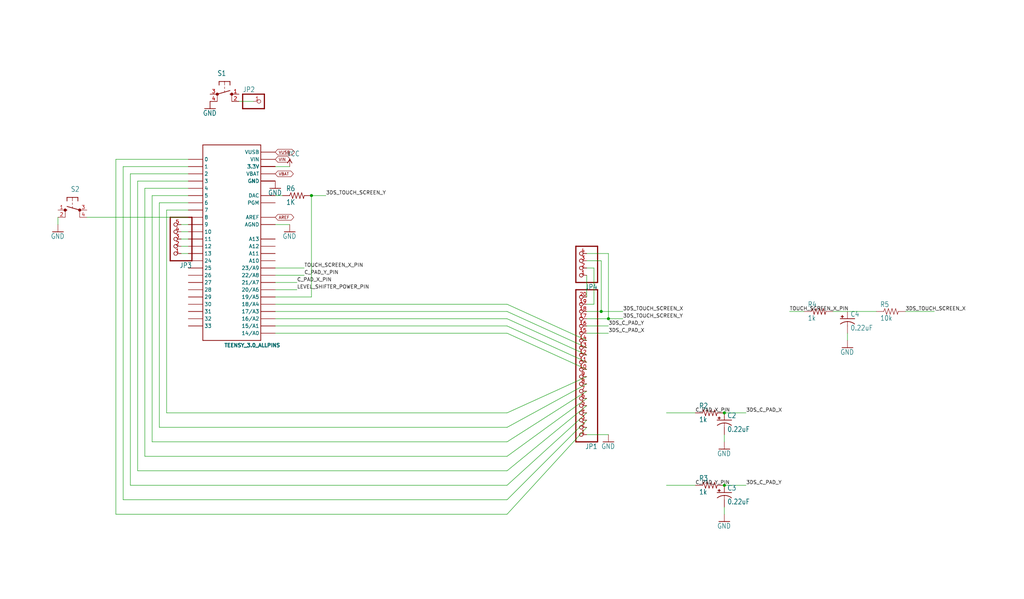
<source format=kicad_sch>
(kicad_sch (version 20230121) (generator eeschema)
  (paper "User" 359.105 210.007)
  (lib_symbols
    (symbol "control_board-eagle-import:10-XX"
      (property "Reference" "S" (at -6.35 -2.54 90))
      (symbol "10-XX_1_0"
        (circle (center 0 -2.54) (radius 0.127) (stroke (width 0.4064)))
        (polyline (pts (xy -4.445 -1.905) (xy -3.175 -1.905)) (stroke (width 0.254)))
        (polyline (pts (xy -4.445 0) (xy -4.445 -1.905)) (stroke (width 0.254)))
        (polyline (pts (xy -4.445 0) (xy -3.175 0)) (stroke (width 0.1524)))
        (polyline (pts (xy -4.445 1.905) (xy -4.445 0)) (stroke (width 0.254)))
        (polyline (pts (xy -4.445 1.905) (xy -3.175 1.905)) (stroke (width 0.254)))
        (polyline (pts (xy -2.54 0) (xy -1.905 0)) (stroke (width 0.1524)))
        (polyline (pts (xy -1.27 0) (xy -0.635 0)) (stroke (width 0.1524)))
        (polyline (pts (xy 0 -2.54) (xy -1.27 1.905)) (stroke (width 0.254)))
        (polyline (pts (xy 0 1.905) (xy 0 2.54)) (stroke (width 0.254)))
        (polyline (pts (xy 2.54 -2.54) (xy 0 -2.54)) (stroke (width 0.1524)))
        (polyline (pts (xy 2.54 2.54) (xy 0 2.54)) (stroke (width 0.1524)))
        (circle (center 0 2.54) (radius 0.127) (stroke (width 0.4064)))
        (pin passive line (at 0 5.08 270) (length 2.54) (name "S") (number "1"))
        (pin passive line (at 2.54 5.08 270) (length 2.54) (name "S1") (number "2"))
        (pin passive line (at 0 -5.08 90) (length 2.54) (name "P") (number "3"))
        (pin passive line (at 2.54 -5.08 90) (length 2.54) (name "P1") (number "4"))
      )
    )
    (symbol "control_board-eagle-import:10UF-25V-20%(PTH)"
      (property "Reference" "C" (at 1.016 0.635 0))
      (symbol "10UF-25V-20%(PTH)_1_0"
        (rectangle (start -2.253 0.668) (end -1.364 0.795) (fill (type outline)))
        (rectangle (start -1.872 0.287) (end -1.745 1.176) (fill (type outline)))
        (arc (start 0 -1.0161) (mid -1.3021 -1.2303) (end -2.4669 -1.8504) (stroke (width 0.254)))
        (polyline (pts (xy -2.54 0) (xy 2.54 0)) (stroke (width 0.254)))
        (polyline (pts (xy 0 -1.016) (xy 0 -2.54)) (stroke (width 0.1524)))
        (arc (start 2.4892 -1.8541) (mid 1.3158 -1.2194) (end 0 -1) (stroke (width 0.254)))
        (pin passive line (at 0 2.54 270) (length 2.54) (name "+") (number "1"))
        (pin passive line (at 0 -5.08 90) (length 2.54) (name "-") (number "2"))
      )
    )
    (symbol "control_board-eagle-import:GND" (power)
      (property "Value" "GND" (at -2.54 -2.54 0))
      (symbol "GND_1_0"
        (polyline (pts (xy -1.905 0) (xy 1.905 0)) (stroke (width 0.254)))
        (pin power_in line (at 0 2.54 270) (length 2.54) (name "GND") (number "1"))
      )
    )
    (symbol "control_board-eagle-import:PINHD-1X1"
      (property "Reference" "JP" (at -6.35 3.175 0))
      (symbol "PINHD-1X1_1_0"
        (polyline (pts (xy -6.35 -2.54) (xy 1.27 -2.54)) (stroke (width 0.4064)))
        (polyline (pts (xy -6.35 2.54) (xy -6.35 -2.54)) (stroke (width 0.4064)))
        (polyline (pts (xy 1.27 -2.54) (xy 1.27 2.54)) (stroke (width 0.4064)))
        (polyline (pts (xy 1.27 2.54) (xy -6.35 2.54)) (stroke (width 0.4064)))
        (pin passive inverted (at -2.54 0 0) (length 2.54) (name "1") (number "1"))
      )
    )
    (symbol "control_board-eagle-import:PINHD-1X20"
      (property "Reference" "JP" (at -6.35 26.035 0))
      (symbol "PINHD-1X20_1_0"
        (polyline (pts (xy -6.35 -27.94) (xy 1.27 -27.94)) (stroke (width 0.4064)))
        (polyline (pts (xy -6.35 25.4) (xy -6.35 -27.94)) (stroke (width 0.4064)))
        (polyline (pts (xy 1.27 -27.94) (xy 1.27 25.4)) (stroke (width 0.4064)))
        (polyline (pts (xy 1.27 25.4) (xy -6.35 25.4)) (stroke (width 0.4064)))
        (pin passive inverted (at -2.54 22.86 0) (length 2.54) (name "1") (number "1"))
        (pin passive inverted (at -2.54 0 0) (length 2.54) (name "10") (number "10"))
        (pin passive inverted (at -2.54 -2.54 0) (length 2.54) (name "11") (number "11"))
        (pin passive inverted (at -2.54 -5.08 0) (length 2.54) (name "12") (number "12"))
        (pin passive inverted (at -2.54 -7.62 0) (length 2.54) (name "13") (number "13"))
        (pin passive inverted (at -2.54 -10.16 0) (length 2.54) (name "14") (number "14"))
        (pin passive inverted (at -2.54 -12.7 0) (length 2.54) (name "15") (number "15"))
        (pin passive inverted (at -2.54 -15.24 0) (length 2.54) (name "16") (number "16"))
        (pin passive inverted (at -2.54 -17.78 0) (length 2.54) (name "17") (number "17"))
        (pin passive inverted (at -2.54 -20.32 0) (length 2.54) (name "18") (number "18"))
        (pin passive inverted (at -2.54 -22.86 0) (length 2.54) (name "19") (number "19"))
        (pin passive inverted (at -2.54 20.32 0) (length 2.54) (name "2") (number "2"))
        (pin passive inverted (at -2.54 -25.4 0) (length 2.54) (name "20") (number "20"))
        (pin passive inverted (at -2.54 17.78 0) (length 2.54) (name "3") (number "3"))
        (pin passive inverted (at -2.54 15.24 0) (length 2.54) (name "4") (number "4"))
        (pin passive inverted (at -2.54 12.7 0) (length 2.54) (name "5") (number "5"))
        (pin passive inverted (at -2.54 10.16 0) (length 2.54) (name "6") (number "6"))
        (pin passive inverted (at -2.54 7.62 0) (length 2.54) (name "7") (number "7"))
        (pin passive inverted (at -2.54 5.08 0) (length 2.54) (name "8") (number "8"))
        (pin passive inverted (at -2.54 2.54 0) (length 2.54) (name "9") (number "9"))
      )
    )
    (symbol "control_board-eagle-import:PINHD-1X4"
      (property "Reference" "JP" (at -6.35 8.255 0))
      (symbol "PINHD-1X4_1_0"
        (polyline (pts (xy -6.35 -5.08) (xy 1.27 -5.08)) (stroke (width 0.4064)))
        (polyline (pts (xy -6.35 7.62) (xy -6.35 -5.08)) (stroke (width 0.4064)))
        (polyline (pts (xy 1.27 -5.08) (xy 1.27 7.62)) (stroke (width 0.4064)))
        (polyline (pts (xy 1.27 7.62) (xy -6.35 7.62)) (stroke (width 0.4064)))
        (pin passive inverted (at -2.54 5.08 0) (length 2.54) (name "1") (number "1"))
        (pin passive inverted (at -2.54 2.54 0) (length 2.54) (name "2") (number "2"))
        (pin passive inverted (at -2.54 0 0) (length 2.54) (name "3") (number "3"))
        (pin passive inverted (at -2.54 -2.54 0) (length 2.54) (name "4") (number "4"))
      )
    )
    (symbol "control_board-eagle-import:PINHD-1X5"
      (property "Reference" "JP" (at -6.35 8.255 0))
      (symbol "PINHD-1X5_1_0"
        (polyline (pts (xy -6.35 -7.62) (xy 1.27 -7.62)) (stroke (width 0.4064)))
        (polyline (pts (xy -6.35 7.62) (xy -6.35 -7.62)) (stroke (width 0.4064)))
        (polyline (pts (xy 1.27 -7.62) (xy 1.27 7.62)) (stroke (width 0.4064)))
        (polyline (pts (xy 1.27 7.62) (xy -6.35 7.62)) (stroke (width 0.4064)))
        (pin passive inverted (at -2.54 5.08 0) (length 2.54) (name "1") (number "1"))
        (pin passive inverted (at -2.54 2.54 0) (length 2.54) (name "2") (number "2"))
        (pin passive inverted (at -2.54 0 0) (length 2.54) (name "3") (number "3"))
        (pin passive inverted (at -2.54 -2.54 0) (length 2.54) (name "4") (number "4"))
        (pin passive inverted (at -2.54 -5.08 0) (length 2.54) (name "5") (number "5"))
      )
    )
    (symbol "control_board-eagle-import:R-US_0207/7"
      (property "Reference" "R" (at -3.81 1.4986 0))
      (symbol "R-US_0207/7_1_0"
        (polyline (pts (xy -2.54 0) (xy -2.159 1.016)) (stroke (width 0.2032)))
        (polyline (pts (xy -2.159 1.016) (xy -1.524 -1.016)) (stroke (width 0.2032)))
        (polyline (pts (xy -1.524 -1.016) (xy -0.889 1.016)) (stroke (width 0.2032)))
        (polyline (pts (xy -0.889 1.016) (xy -0.254 -1.016)) (stroke (width 0.2032)))
        (polyline (pts (xy -0.254 -1.016) (xy 0.381 1.016)) (stroke (width 0.2032)))
        (polyline (pts (xy 0.381 1.016) (xy 1.016 -1.016)) (stroke (width 0.2032)))
        (polyline (pts (xy 1.016 -1.016) (xy 1.651 1.016)) (stroke (width 0.2032)))
        (polyline (pts (xy 1.651 1.016) (xy 2.286 -1.016)) (stroke (width 0.2032)))
        (polyline (pts (xy 2.286 -1.016) (xy 2.54 0)) (stroke (width 0.2032)))
        (pin passive line (at -5.08 0 0) (length 2.54) (name "1") (number "1"))
        (pin passive line (at 5.08 0 180) (length 2.54) (name "2") (number "2"))
      )
    )
    (symbol "control_board-eagle-import:RESISTORPTH-1/4W-VERT"
      (property "Reference" "R" (at -3.81 1.4986 0))
      (symbol "RESISTORPTH-1/4W-VERT_1_0"
        (polyline (pts (xy -2.54 0) (xy -2.159 1.016)) (stroke (width 0.1524)))
        (polyline (pts (xy -2.159 1.016) (xy -1.524 -1.016)) (stroke (width 0.1524)))
        (polyline (pts (xy -1.524 -1.016) (xy -0.889 1.016)) (stroke (width 0.1524)))
        (polyline (pts (xy -0.889 1.016) (xy -0.254 -1.016)) (stroke (width 0.1524)))
        (polyline (pts (xy -0.254 -1.016) (xy 0.381 1.016)) (stroke (width 0.1524)))
        (polyline (pts (xy 0.381 1.016) (xy 1.016 -1.016)) (stroke (width 0.1524)))
        (polyline (pts (xy 1.016 -1.016) (xy 1.651 1.016)) (stroke (width 0.1524)))
        (polyline (pts (xy 1.651 1.016) (xy 2.286 -1.016)) (stroke (width 0.1524)))
        (polyline (pts (xy 2.286 -1.016) (xy 2.54 0)) (stroke (width 0.1524)))
        (pin passive line (at -5.08 0 0) (length 2.54) (name "1") (number "P$1"))
        (pin passive line (at 5.08 0 180) (length 2.54) (name "2") (number "P$2"))
      )
    )
    (symbol "control_board-eagle-import:TEENSY_3.0_ALLPINS"
      (symbol "TEENSY_3.0_ALLPINS_1_0"
        (polyline (pts (xy -10.16 -35.56) (xy 10.16 -35.56)) (stroke (width 0.254)))
        (polyline (pts (xy -10.16 33.02) (xy -10.16 -35.56)) (stroke (width 0.254)))
        (polyline (pts (xy 10.16 -35.56) (xy 10.16 33.02)) (stroke (width 0.254)))
        (polyline (pts (xy 10.16 33.02) (xy -10.16 33.02)) (stroke (width 0.254)))
        (pin bidirectional line (at -15.24 27.94 0) (length 5.08) (name "0") (number "0"))
        (pin bidirectional line (at -15.24 25.4 0) (length 5.08) (name "1") (number "1"))
        (pin bidirectional line (at -15.24 2.54 0) (length 5.08) (name "10") (number "10"))
        (pin bidirectional line (at -15.24 0 0) (length 5.08) (name "11") (number "11"))
        (pin bidirectional line (at -15.24 -2.54 0) (length 5.08) (name "12") (number "12"))
        (pin bidirectional line (at -15.24 -5.08 0) (length 5.08) (name "13") (number "13"))
        (pin bidirectional line (at 15.24 -33.02 180) (length 5.08) (name "14/A0") (number "14/A0"))
        (pin bidirectional line (at 15.24 -30.48 180) (length 5.08) (name "15/A1") (number "15/A1"))
        (pin bidirectional line (at 15.24 -27.94 180) (length 5.08) (name "16/A2") (number "16/A2"))
        (pin bidirectional line (at 15.24 -25.4 180) (length 5.08) (name "17/A3") (number "17/A3"))
        (pin bidirectional line (at 15.24 -22.86 180) (length 5.08) (name "18/A4") (number "18/A4"))
        (pin bidirectional line (at 15.24 -20.32 180) (length 5.08) (name "19/A5") (number "19/A5"))
        (pin bidirectional line (at -15.24 22.86 0) (length 5.08) (name "2") (number "2"))
        (pin bidirectional line (at 15.24 -17.78 180) (length 5.08) (name "20/A6") (number "20/A6"))
        (pin bidirectional line (at 15.24 -15.24 180) (length 5.08) (name "21/A7") (number "21/A7"))
        (pin bidirectional line (at 15.24 -12.7 180) (length 5.08) (name "22/A8") (number "22/A8"))
        (pin bidirectional line (at 15.24 -10.16 180) (length 5.08) (name "23/A9") (number "23/A9"))
        (pin bidirectional line (at -15.24 -7.62 0) (length 5.08) (name "24") (number "24"))
        (pin bidirectional line (at -15.24 -10.16 0) (length 5.08) (name "25") (number "25"))
        (pin bidirectional line (at -15.24 -12.7 0) (length 5.08) (name "26") (number "26"))
        (pin bidirectional line (at -15.24 -15.24 0) (length 5.08) (name "27") (number "27"))
        (pin bidirectional line (at -15.24 -17.78 0) (length 5.08) (name "28") (number "28"))
        (pin bidirectional line (at -15.24 -20.32 0) (length 5.08) (name "29") (number "29"))
        (pin bidirectional line (at -15.24 20.32 0) (length 5.08) (name "3") (number "3"))
        (pin power_in line (at 15.24 25.4 180) (length 5.08) (name "3.3V") (number "3.3V"))
        (pin power_in line (at 15.24 25.4 180) (length 5.08) (name "3.3V") (number "3.3V1"))
        (pin power_in line (at 15.24 25.4 180) (length 5.08) (name "3.3V") (number "3.3V2"))
        (pin bidirectional line (at -15.24 -22.86 0) (length 5.08) (name "30") (number "30"))
        (pin bidirectional line (at -15.24 -25.4 0) (length 5.08) (name "31") (number "31"))
        (pin bidirectional line (at -15.24 -27.94 0) (length 5.08) (name "32") (number "32"))
        (pin bidirectional line (at -15.24 -30.48 0) (length 5.08) (name "33") (number "33"))
        (pin bidirectional line (at -15.24 17.78 0) (length 5.08) (name "4") (number "4"))
        (pin bidirectional line (at -15.24 15.24 0) (length 5.08) (name "5") (number "5"))
        (pin bidirectional line (at -15.24 12.7 0) (length 5.08) (name "6") (number "6"))
        (pin bidirectional line (at -15.24 10.16 0) (length 5.08) (name "7") (number "7"))
        (pin bidirectional line (at -15.24 7.62 0) (length 5.08) (name "8") (number "8"))
        (pin bidirectional line (at -15.24 5.08 0) (length 5.08) (name "9") (number "9"))
        (pin bidirectional line (at 15.24 -7.62 180) (length 5.08) (name "A10") (number "A10"))
        (pin bidirectional line (at 15.24 -5.08 180) (length 5.08) (name "A11") (number "A11"))
        (pin bidirectional line (at 15.24 -2.54 180) (length 5.08) (name "A12") (number "A12"))
        (pin bidirectional line (at 15.24 0 180) (length 5.08) (name "A13") (number "A13"))
        (pin power_in line (at 15.24 5.08 180) (length 5.08) (name "AGND") (number "AGND"))
        (pin power_in line (at 15.24 7.62 180) (length 5.08) (name "AREF") (number "AREF"))
        (pin power_in line (at 15.24 20.32 180) (length 5.08) (name "GND") (number "GND"))
        (pin power_in line (at 15.24 20.32 180) (length 5.08) (name "GND") (number "GND1"))
        (pin power_in line (at 15.24 20.32 180) (length 5.08) (name "GND") (number "GND2"))
        (pin bidirectional line (at 15.24 12.7 180) (length 5.08) (name "PGM") (number "PGM"))
        (pin bidirectional line (at 15.24 15.24 180) (length 5.08) (name "DAC") (number "RESET"))
        (pin power_in line (at 15.24 22.86 180) (length 5.08) (name "VBAT") (number "VBAT"))
        (pin power_in line (at 15.24 27.94 180) (length 5.08) (name "VIN") (number "VIN"))
        (pin power_in line (at 15.24 30.48 180) (length 5.08) (name "VUSB") (number "VUSB"))
      )
    )
    (symbol "control_board-eagle-import:VCC" (power)
      (property "Value" "VCC" (at -1.016 3.556 0))
      (symbol "VCC_1_0"
        (polyline (pts (xy 0 2.54) (xy -0.762 1.27)) (stroke (width 0.254)))
        (polyline (pts (xy 0.762 1.27) (xy 0 2.54)) (stroke (width 0.254)))
        (pin power_in line (at 0 0 90) (length 2.54) (name "VCC") (number "1"))
      )
    )
    (symbol "control_board-eagle-import:resistor_R-US_0207/7"
      (property "Reference" "R" (at -3.81 1.4986 0))
      (symbol "resistor_R-US_0207/7_1_0"
        (polyline (pts (xy -2.54 0) (xy -2.159 1.016)) (stroke (width 0.2032)))
        (polyline (pts (xy -2.159 1.016) (xy -1.524 -1.016)) (stroke (width 0.2032)))
        (polyline (pts (xy -1.524 -1.016) (xy -0.889 1.016)) (stroke (width 0.2032)))
        (polyline (pts (xy -0.889 1.016) (xy -0.254 -1.016)) (stroke (width 0.2032)))
        (polyline (pts (xy -0.254 -1.016) (xy 0.381 1.016)) (stroke (width 0.2032)))
        (polyline (pts (xy 0.381 1.016) (xy 1.016 -1.016)) (stroke (width 0.2032)))
        (polyline (pts (xy 1.016 -1.016) (xy 1.651 1.016)) (stroke (width 0.2032)))
        (polyline (pts (xy 1.651 1.016) (xy 2.286 -1.016)) (stroke (width 0.2032)))
        (polyline (pts (xy 2.286 -1.016) (xy 2.54 0)) (stroke (width 0.2032)))
        (pin passive line (at -5.08 0 0) (length 2.54) (name "1") (number "1"))
        (pin passive line (at 5.08 0 180) (length 2.54) (name "2") (number "2"))
      )
    )
  )
  (junction (at 210.82 109.22))
  (junction (at 109.22 68.58))
  (junction (at 254 144.78))
  (junction (at 213.36 111.76))
  (junction (at 254 170.18))
  (wire (pts (xy 218.44 111.76) (xy 213.36 111.76)) (stroke (width 0.1524)))
  (wire (pts (xy 205.74 93.98) (xy 208.28 93.98)) (stroke (width 0.1524)))
  (wire (pts (xy 177.8 106.68) (xy 205.74 119.38)) (stroke (width 0.1524)))
  (wire (pts (xy 96.52 106.68) (xy 177.8 106.68)) (stroke (width 0.1524)))
  (wire (pts (xy 218.44 109.22) (xy 210.82 109.22)) (stroke (width 0.1524)))
  (wire (pts (xy 99.06 68.58) (xy 96.52 68.58)) (stroke (width 0.1524)))
  (wire (pts (xy 104.14 101.6) (xy 96.52 101.6)) (stroke (width 0.1524)))
  (wire (pts (xy 177.8 116.84) (xy 96.52 116.84)) (stroke (width 0.1524)))
  (wire (pts (xy 20.32 76.2) (xy 20.32 78.74)) (stroke (width 0.1524)))
  (wire (pts (xy 254 154.94) (xy 254 152.4)) (stroke (width 0.1524)))
  (wire (pts (xy 205.74 104.14) (xy 205.74 96.52)) (stroke (width 0.1524)))
  (wire (pts (xy 177.8 154.94) (xy 205.74 137.16)) (stroke (width 0.1524)))
  (wire (pts (xy 177.8 175.26) (xy 205.74 147.32)) (stroke (width 0.1524)))
  (wire (pts (xy 66.04 86.36) (xy 63.5 86.36)) (stroke (width 0.1524)))
  (wire (pts (xy 101.6 58.42) (xy 96.52 58.42)) (stroke (width 0.1524)))
  (wire (pts (xy 106.68 93.98) (xy 96.52 93.98)) (stroke (width 0.1524)))
  (wire (pts (xy 106.68 96.52) (xy 96.52 96.52)) (stroke (width 0.1524)))
  (wire (pts (xy 50.8 66.04) (xy 66.04 66.04)) (stroke (width 0.1524)))
  (wire (pts (xy 177.8 165.1) (xy 48.26 165.1)) (stroke (width 0.1524)))
  (wire (pts (xy 109.22 68.58) (xy 114.3 68.58)) (stroke (width 0.1524)))
  (wire (pts (xy 53.34 154.94) (xy 53.34 68.58)) (stroke (width 0.1524)))
  (wire (pts (xy 109.22 104.14) (xy 96.52 104.14)) (stroke (width 0.1524)))
  (wire (pts (xy 101.6 78.74) (xy 96.52 78.74)) (stroke (width 0.1524)))
  (wire (pts (xy 177.8 144.78) (xy 205.74 132.08)) (stroke (width 0.1524)))
  (wire (pts (xy 96.52 111.76) (xy 177.8 111.76)) (stroke (width 0.1524)))
  (wire (pts (xy 177.8 175.26) (xy 43.18 175.26)) (stroke (width 0.1524)))
  (wire (pts (xy 261.62 170.18) (xy 254 170.18)) (stroke (width 0.1524)))
  (wire (pts (xy 233.68 170.18) (xy 243.84 170.18)) (stroke (width 0.1524)))
  (wire (pts (xy 317.5 109.22) (xy 327.66 109.22)) (stroke (width 0.1524)))
  (wire (pts (xy 205.74 88.9) (xy 213.36 88.9)) (stroke (width 0.1524)))
  (wire (pts (xy 213.36 88.9) (xy 213.36 111.76)) (stroke (width 0.1524)))
  (wire (pts (xy 58.42 73.66) (xy 66.04 73.66)) (stroke (width 0.1524)))
  (wire (pts (xy 261.62 144.78) (xy 254 144.78)) (stroke (width 0.1524)))
  (wire (pts (xy 66.04 81.28) (xy 63.5 81.28)) (stroke (width 0.1524)))
  (wire (pts (xy 66.04 88.9) (xy 63.5 88.9)) (stroke (width 0.1524)))
  (wire (pts (xy 43.18 58.42) (xy 66.04 58.42)) (stroke (width 0.1524)))
  (wire (pts (xy 58.42 144.78) (xy 58.42 73.66)) (stroke (width 0.1524)))
  (wire (pts (xy 254 180.34) (xy 254 177.8)) (stroke (width 0.1524)))
  (wire (pts (xy 40.64 180.34) (xy 40.64 55.88)) (stroke (width 0.1524)))
  (wire (pts (xy 43.18 175.26) (xy 43.18 58.42)) (stroke (width 0.1524)))
  (wire (pts (xy 53.34 68.58) (xy 66.04 68.58)) (stroke (width 0.1524)))
  (wire (pts (xy 177.8 160.02) (xy 205.74 139.7)) (stroke (width 0.1524)))
  (wire (pts (xy 50.8 160.02) (xy 50.8 66.04)) (stroke (width 0.1524)))
  (wire (pts (xy 177.8 149.86) (xy 205.74 134.62)) (stroke (width 0.1524)))
  (wire (pts (xy 55.88 149.86) (xy 55.88 71.12)) (stroke (width 0.1524)))
  (wire (pts (xy 213.36 116.84) (xy 205.74 116.84)) (stroke (width 0.1524)))
  (wire (pts (xy 213.36 114.3) (xy 205.74 114.3)) (stroke (width 0.1524)))
  (wire (pts (xy 177.8 116.84) (xy 205.74 129.54)) (stroke (width 0.1524)))
  (wire (pts (xy 276.86 109.22) (xy 281.94 109.22)) (stroke (width 0.1524)))
  (wire (pts (xy 177.8 180.34) (xy 40.64 180.34)) (stroke (width 0.1524)))
  (wire (pts (xy 210.82 91.44) (xy 210.82 109.22)) (stroke (width 0.1524)))
  (wire (pts (xy 177.8 170.18) (xy 45.72 170.18)) (stroke (width 0.1524)))
  (wire (pts (xy 55.88 71.12) (xy 66.04 71.12)) (stroke (width 0.1524)))
  (wire (pts (xy 30.48 76.2) (xy 66.04 76.2)) (stroke (width 0.1524)))
  (wire (pts (xy 45.72 170.18) (xy 45.72 60.96)) (stroke (width 0.1524)))
  (wire (pts (xy 109.22 68.58) (xy 109.22 104.14)) (stroke (width 0.1524)))
  (wire (pts (xy 213.36 111.76) (xy 205.74 111.76)) (stroke (width 0.1524)))
  (wire (pts (xy 177.8 180.34) (xy 205.74 149.86)) (stroke (width 0.1524)))
  (wire (pts (xy 292.1 109.22) (xy 307.34 109.22)) (stroke (width 0.1524)))
  (wire (pts (xy 104.14 99.06) (xy 96.52 99.06)) (stroke (width 0.1524)))
  (wire (pts (xy 177.8 154.94) (xy 53.34 154.94)) (stroke (width 0.1524)))
  (wire (pts (xy 177.8 111.76) (xy 205.74 124.46)) (stroke (width 0.1524)))
  (wire (pts (xy 208.28 106.68) (xy 205.74 106.68)) (stroke (width 0.1524)))
  (wire (pts (xy 233.68 144.78) (xy 243.84 144.78)) (stroke (width 0.1524)))
  (wire (pts (xy 177.8 170.18) (xy 205.74 144.78)) (stroke (width 0.1524)))
  (wire (pts (xy 66.04 83.82) (xy 63.5 83.82)) (stroke (width 0.1524)))
  (wire (pts (xy 210.82 109.22) (xy 205.74 109.22)) (stroke (width 0.1524)))
  (wire (pts (xy 40.64 55.88) (xy 66.04 55.88)) (stroke (width 0.1524)))
  (wire (pts (xy 96.52 109.22) (xy 177.8 109.22)) (stroke (width 0.1524)))
  (wire (pts (xy 177.8 165.1) (xy 205.74 142.24)) (stroke (width 0.1524)))
  (wire (pts (xy 177.8 144.78) (xy 58.42 144.78)) (stroke (width 0.1524)))
  (wire (pts (xy 45.72 60.96) (xy 66.04 60.96)) (stroke (width 0.1524)))
  (wire (pts (xy 88.9 35.56) (xy 83.82 35.56)) (stroke (width 0.1524)))
  (wire (pts (xy 205.74 91.44) (xy 210.82 91.44)) (stroke (width 0.1524)))
  (wire (pts (xy 48.26 165.1) (xy 48.26 63.5)) (stroke (width 0.1524)))
  (wire (pts (xy 177.8 109.22) (xy 205.74 121.92)) (stroke (width 0.1524)))
  (wire (pts (xy 66.04 78.74) (xy 63.5 78.74)) (stroke (width 0.1524)))
  (wire (pts (xy 48.26 63.5) (xy 66.04 63.5)) (stroke (width 0.1524)))
  (wire (pts (xy 96.52 114.3) (xy 177.8 114.3)) (stroke (width 0.1524)))
  (wire (pts (xy 208.28 93.98) (xy 208.28 106.68)) (stroke (width 0.1524)))
  (wire (pts (xy 177.8 160.02) (xy 50.8 160.02)) (stroke (width 0.1524)))
  (wire (pts (xy 177.8 114.3) (xy 205.74 127)) (stroke (width 0.1524)))
  (wire (pts (xy 213.36 152.4) (xy 205.74 152.4)) (stroke (width 0.1524)))
  (wire (pts (xy 177.8 149.86) (xy 55.88 149.86)) (stroke (width 0.1524)))
  (wire (pts (xy 297.18 119.38) (xy 297.18 116.84)) (stroke (width 0.1524)))
  (label "TOUCH_SCREEN_X_PIN" (at 106.68 93.98 0) (effects (font (size 1.2446 1.2446))))
  (label "C_PAD_X_PIN" (at 243.84 144.78 0) (effects (font (size 1.2446 1.2446))))
  (label "C_PAD_Y_PIN" (at 243.84 170.18 0) (effects (font (size 1.2446 1.2446))))
  (label "3DS_C_PAD_Y" (at 261.62 170.18 0) (effects (font (size 1.2446 1.2446))))
  (label "3DS_TOUCH_SCREEN_X" (at 218.44 109.22 0) (effects (font (size 1.2446 1.2446))))
  (label "3DS_TOUCH_SCREEN_Y" (at 218.44 111.76 0) (effects (font (size 1.2446 1.2446))))
  (label "3DS_C_PAD_X" (at 213.36 116.84 0) (effects (font (size 1.2446 1.2446))))
  (label "C_PAD_Y_PIN" (at 106.68 96.52 0) (effects (font (size 1.2446 1.2446))))
  (label "3DS_C_PAD_X" (at 261.62 144.78 0) (effects (font (size 1.2446 1.2446))))
  (label "C_PAD_X_PIN" (at 104.14 99.06 0) (effects (font (size 1.2446 1.2446))))
  (label "3DS_TOUCH_SCREEN_Y" (at 114.3 68.58 0) (effects (font (size 1.2446 1.2446))))
  (label "3DS_TOUCH_SCREEN_X" (at 317.5 109.22 0) (effects (font (size 1.2446 1.2446))))
  (label "LEVEL_SHIFTER_POWER_PIN" (at 104.14 101.6 0) (effects (font (size 1.2446 1.2446))))
  (label "3DS_C_PAD_Y" (at 213.36 114.3 0) (effects (font (size 1.2446 1.2446))))
  (label "TOUCH_SCREEN_X_PIN" (at 276.86 109.22 0) (effects (font (size 1.2446 1.2446))))
  (global_label "VBAT" (shape bidirectional) (at 96.52 60.96 0) (effects (font (size 1.016 1.016))) (property "Intersheetrefs" "${INTERSHEET_REFS}" (effects hide)))
  (global_label "VUSB" (shape bidirectional) (at 96.52 53.34 0) (effects (font (size 1.016 1.016))) (property "Intersheetrefs" "${INTERSHEET_REFS}" (effects hide)))
  (global_label "AREF" (shape bidirectional) (at 96.52 76.2 0) (effects (font (size 1.016 1.016))) (property "Intersheetrefs" "${INTERSHEET_REFS}" (effects hide)))
  (global_label "VIN" (shape bidirectional) (at 96.52 55.88 0) (effects (font (size 1.016 1.016))) (property "Intersheetrefs" "${INTERSHEET_REFS}" (effects hide)))
  (symbol (lib_id "control_board-eagle-import:GND") (at 101.6 81.28 0) (unit 1)
    (property "Reference" "#GND13" (effects hide))
    (property "Value" "GND" (at 99.06 83.82 0) (effects (font (size 1.778 1.5113)) (justify left bottom)))
  )
  (symbol (lib_id "control_board-eagle-import:10UF-25V-20%(PTH)") (at 297.18 111.76 0) (unit 1)
    (property "Reference" "C4" (at 298.196 111.125 0) (effects (font (size 1.778 1.5113)) (justify left bottom)))
    (property "Value" "0.22uF" (at 298.196 115.951 0) (effects (font (size 1.778 1.5113)) (justify left bottom)))
    (property "Footprint" "control_board:CPOL-RADIAL-10UF-25V" (effects hide))
  )
  (symbol (lib_id "control_board-eagle-import:PINHD-1X4") (at 203.2 91.44 180) (unit 1)
    (property "Reference" "JP4" (at 209.55 99.695 0) (effects (font (size 1.778 1.5113)) (justify left bottom)))
    (property "Value" "PINHD-1X4" (effects hide))
    (property "Footprint" "control_board:1X04" (effects hide))
  )
  (symbol (lib_id "control_board-eagle-import:10-XX") (at 25.4 73.66 90) (mirror x) (unit 1)
    (property "Reference" "S2" (at 27.94 67.31 90) (effects (font (size 1.778 1.5113)) (justify left bottom)))
    (property "Value" "10-XX" (effects hide))
    (property "Footprint" "control_board:B3F-10XX" (effects hide))
  )
  (symbol (lib_id "control_board-eagle-import:resistor_R-US_0207/7") (at 248.92 144.78 0) (unit 1)
    (property "Reference" "R2" (at 245.11 143.2814 0) (effects (font (size 1.778 1.5113)) (justify left bottom)))
    (property "Value" "1k" (at 245.11 148.082 0) (effects (font (size 1.778 1.5113)) (justify left bottom)))
    (property "Footprint" "control_board:0207_7" (effects hide))
  )
  (symbol (lib_id "control_board-eagle-import:PINHD-1X5") (at 60.96 83.82 180) (unit 1)
    (property "Reference" "JP3" (at 67.31 92.075 0) (effects (font (size 1.778 1.5113)) (justify left bottom)))
    (property "Value" "PINHD-1X5" (effects hide))
    (property "Footprint" "control_board:1X05" (effects hide))
  )
  (symbol (lib_id "control_board-eagle-import:GND") (at 254 157.48 0) (unit 1)
    (property "Reference" "#GND7" (effects hide))
    (property "Value" "GND" (at 251.46 160.02 0) (effects (font (size 1.778 1.5113)) (justify left bottom)))
  )
  (symbol (lib_id "control_board-eagle-import:GND") (at 254 182.88 0) (unit 1)
    (property "Reference" "#GND8" (effects hide))
    (property "Value" "GND" (at 251.46 185.42 0) (effects (font (size 1.778 1.5113)) (justify left bottom)))
  )
  (symbol (lib_id "control_board-eagle-import:PINHD-1X1") (at 91.44 35.56 0) (unit 1)
    (property "Reference" "JP2" (at 85.09 32.385 0) (effects (font (size 1.778 1.5113)) (justify left bottom)))
    (property "Value" "PINHD-1X1" (effects hide))
    (property "Footprint" "control_board:1X01" (effects hide))
  )
  (symbol (lib_id "control_board-eagle-import:GND") (at 297.18 121.92 0) (unit 1)
    (property "Reference" "#GND9" (effects hide))
    (property "Value" "GND" (at 294.64 124.46 0) (effects (font (size 1.778 1.5113)) (justify left bottom)))
  )
  (symbol (lib_id "control_board-eagle-import:GND") (at 213.36 154.94 0) (unit 1)
    (property "Reference" "#GND1" (effects hide))
    (property "Value" "GND" (at 210.82 157.48 0) (effects (font (size 1.778 1.5113)) (justify left bottom)))
  )
  (symbol (lib_id "control_board-eagle-import:TEENSY_3.0_ALLPINS") (at 81.28 83.82 0) (unit 1)
    (property "Reference" "U$1" (effects hide))
    (property "Value" "TEENSY_3.0_ALLPINS" (at 78.486 121.92 0) (effects (font bold) (justify left bottom)))
    (property "Footprint" "control_board:TEENSY_3.0_ALLPINS" (effects hide))
  )
  (symbol (lib_id "control_board-eagle-import:resistor_R-US_0207/7") (at 248.92 170.18 0) (unit 1)
    (property "Reference" "R3" (at 245.11 168.6814 0) (effects (font (size 1.778 1.5113)) (justify left bottom)))
    (property "Value" "1k" (at 245.11 173.482 0) (effects (font (size 1.778 1.5113)) (justify left bottom)))
    (property "Footprint" "control_board:0207_7" (effects hide))
  )
  (symbol (lib_id "control_board-eagle-import:R-US_0207/7") (at 104.14 68.58 0) (unit 1)
    (property "Reference" "R6" (at 100.33 67.0814 0) (effects (font (size 1.778 1.5113)) (justify left bottom)))
    (property "Value" "1K" (at 100.33 71.882 0) (effects (font (size 1.778 1.5113)) (justify left bottom)))
    (property "Footprint" "control_board:0207_7" (effects hide))
  )
  (symbol (lib_id "control_board-eagle-import:VCC") (at 101.6 58.42 0) (unit 1)
    (property "Reference" "#SUPPLY1" (effects hide))
    (property "Value" "VCC" (at 100.584 54.864 0) (effects (font (size 1.778 1.5113)) (justify left bottom)))
  )
  (symbol (lib_id "control_board-eagle-import:10UF-25V-20%(PTH)") (at 254 147.32 0) (unit 1)
    (property "Reference" "C2" (at 255.016 146.685 0) (effects (font (size 1.778 1.5113)) (justify left bottom)))
    (property "Value" "0.22uF" (at 255.016 151.511 0) (effects (font (size 1.778 1.5113)) (justify left bottom)))
    (property "Footprint" "control_board:CPOL-RADIAL-10UF-25V" (effects hide))
  )
  (symbol (lib_id "control_board-eagle-import:GND") (at 73.66 38.1 0) (unit 1)
    (property "Reference" "#GND6" (effects hide))
    (property "Value" "GND" (at 71.12 40.64 0) (effects (font (size 1.778 1.5113)) (justify left bottom)))
  )
  (symbol (lib_id "control_board-eagle-import:resistor_R-US_0207/7") (at 287.02 109.22 0) (unit 1)
    (property "Reference" "R4" (at 283.21 107.7214 0) (effects (font (size 1.778 1.5113)) (justify left bottom)))
    (property "Value" "1k" (at 283.21 112.522 0) (effects (font (size 1.778 1.5113)) (justify left bottom)))
    (property "Footprint" "control_board:0207_7" (effects hide))
  )
  (symbol (lib_id "control_board-eagle-import:PINHD-1X20") (at 203.2 129.54 180) (unit 1)
    (property "Reference" "JP1" (at 209.55 155.575 0) (effects (font (size 1.778 1.5113)) (justify left bottom)))
    (property "Value" "PINHD-1X20" (effects hide))
    (property "Footprint" "control_board:1X20" (effects hide))
  )
  (symbol (lib_id "control_board-eagle-import:10UF-25V-20%(PTH)") (at 254 172.72 0) (unit 1)
    (property "Reference" "C3" (at 255.016 172.085 0) (effects (font (size 1.778 1.5113)) (justify left bottom)))
    (property "Value" "0.22uF" (at 255.016 176.911 0) (effects (font (size 1.778 1.5113)) (justify left bottom)))
    (property "Footprint" "control_board:CPOL-RADIAL-10UF-25V" (effects hide))
  )
  (symbol (lib_id "control_board-eagle-import:GND") (at 96.52 66.04 0) (unit 1)
    (property "Reference" "#GND2" (effects hide))
    (property "Value" "GND" (at 93.98 68.58 0) (effects (font (size 1.778 1.5113)) (justify left bottom)))
  )
  (symbol (lib_id "control_board-eagle-import:RESISTORPTH-1/4W-VERT") (at 312.42 109.22 0) (unit 1)
    (property "Reference" "R5" (at 308.61 107.7214 0) (effects (font (size 1.778 1.5113)) (justify left bottom)))
    (property "Value" "10k" (at 308.61 112.522 0) (effects (font (size 1.778 1.5113)) (justify left bottom)))
    (property "Footprint" "control_board:AXIAL-0.1" (effects hide))
  )
  (symbol (lib_id "control_board-eagle-import:GND") (at 20.32 81.28 0) (unit 1)
    (property "Reference" "#GND14" (effects hide))
    (property "Value" "GND" (at 17.78 83.82 0) (effects (font (size 1.778 1.5113)) (justify left bottom)))
  )
  (symbol (lib_id "control_board-eagle-import:10-XX") (at 78.74 33.02 270) (unit 1)
    (property "Reference" "S1" (at 76.2 26.67 90) (effects (font (size 1.778 1.5113)) (justify left bottom)))
    (property "Value" "10-XX" (effects hide))
    (property "Footprint" "control_board:B3F-10XX" (effects hide))
  )
)
</source>
